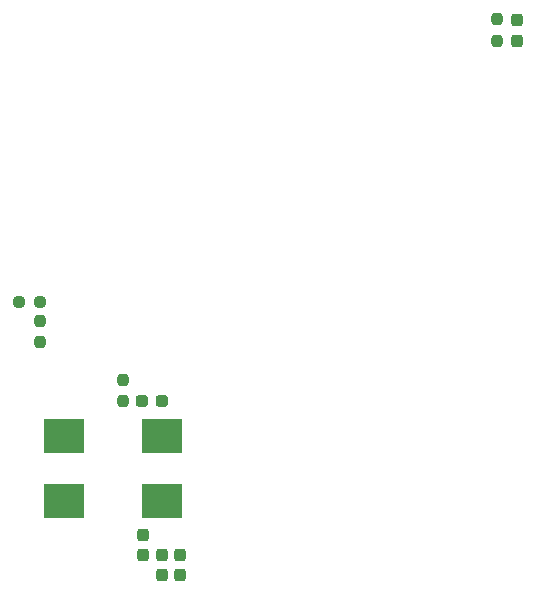
<source format=gbr>
%TF.GenerationSoftware,KiCad,Pcbnew,(6.0.0-0)*%
%TF.CreationDate,2023-01-16T12:55:46-05:00*%
%TF.ProjectId,Spindle_Driver,5370696e-646c-4655-9f44-72697665722e,rev?*%
%TF.SameCoordinates,Original*%
%TF.FileFunction,Paste,Top*%
%TF.FilePolarity,Positive*%
%FSLAX46Y46*%
G04 Gerber Fmt 4.6, Leading zero omitted, Abs format (unit mm)*
G04 Created by KiCad (PCBNEW (6.0.0-0)) date 2023-01-16 12:55:46*
%MOMM*%
%LPD*%
G01*
G04 APERTURE LIST*
G04 Aperture macros list*
%AMRoundRect*
0 Rectangle with rounded corners*
0 $1 Rounding radius*
0 $2 $3 $4 $5 $6 $7 $8 $9 X,Y pos of 4 corners*
0 Add a 4 corners polygon primitive as box body*
4,1,4,$2,$3,$4,$5,$6,$7,$8,$9,$2,$3,0*
0 Add four circle primitives for the rounded corners*
1,1,$1+$1,$2,$3*
1,1,$1+$1,$4,$5*
1,1,$1+$1,$6,$7*
1,1,$1+$1,$8,$9*
0 Add four rect primitives between the rounded corners*
20,1,$1+$1,$2,$3,$4,$5,0*
20,1,$1+$1,$4,$5,$6,$7,0*
20,1,$1+$1,$6,$7,$8,$9,0*
20,1,$1+$1,$8,$9,$2,$3,0*%
G04 Aperture macros list end*
%ADD10RoundRect,0.237500X0.237500X-0.287500X0.237500X0.287500X-0.237500X0.287500X-0.237500X-0.287500X0*%
%ADD11R,3.500000X3.000000*%
%ADD12RoundRect,0.237500X-0.237500X0.300000X-0.237500X-0.300000X0.237500X-0.300000X0.237500X0.300000X0*%
%ADD13RoundRect,0.237500X-0.250000X-0.237500X0.250000X-0.237500X0.250000X0.237500X-0.250000X0.237500X0*%
%ADD14RoundRect,0.237500X0.287500X0.237500X-0.287500X0.237500X-0.287500X-0.237500X0.287500X-0.237500X0*%
%ADD15RoundRect,0.237500X0.237500X-0.250000X0.237500X0.250000X-0.237500X0.250000X-0.237500X-0.250000X0*%
%ADD16RoundRect,0.237500X-0.237500X0.250000X-0.237500X-0.250000X0.237500X-0.250000X0.237500X0.250000X0*%
%ADD17RoundRect,0.237500X0.237500X-0.300000X0.237500X0.300000X-0.237500X0.300000X-0.237500X-0.300000X0*%
G04 APERTURE END LIST*
D10*
%TO.C,D3*%
X191700000Y-70875000D03*
X191700000Y-69125000D03*
%TD*%
D11*
%TO.C,L2*%
X161600000Y-104350000D03*
X161600000Y-109850000D03*
%TD*%
%TO.C,L1*%
X153300000Y-104350000D03*
X153300000Y-109850000D03*
%TD*%
D12*
%TO.C,C4*%
X161600000Y-114437500D03*
X161600000Y-116162500D03*
%TD*%
D13*
%TO.C,R2*%
X149487500Y-92990000D03*
X151312500Y-92990000D03*
%TD*%
D14*
%TO.C,D2*%
X161660000Y-101410000D03*
X159910000Y-101410000D03*
%TD*%
D15*
%TO.C,R1*%
X158300000Y-101412500D03*
X158300000Y-99587500D03*
%TD*%
%TO.C,R3*%
X151305000Y-96412500D03*
X151305000Y-94587500D03*
%TD*%
D12*
%TO.C,C2*%
X163200000Y-116162500D03*
X163200000Y-114437500D03*
%TD*%
D16*
%TO.C,R4*%
X190000000Y-69087500D03*
X190000000Y-70912500D03*
%TD*%
D17*
%TO.C,C3*%
X160000000Y-114462500D03*
X160000000Y-112737500D03*
%TD*%
M02*

</source>
